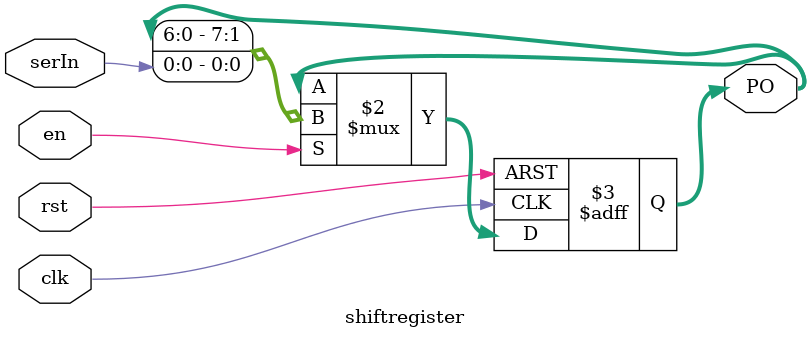
<source format=v>
`timescale 1ns/1ns
module shiftregister(input serIn, clk, rst,en, output reg [7:0]PO);
    always @(posedge clk, posedge rst) begin
        if (rst)
            PO <= 8'b00000000;
        else
            PO <= en ? {PO[6:0], serIn} : PO;
    end
endmodule
</source>
